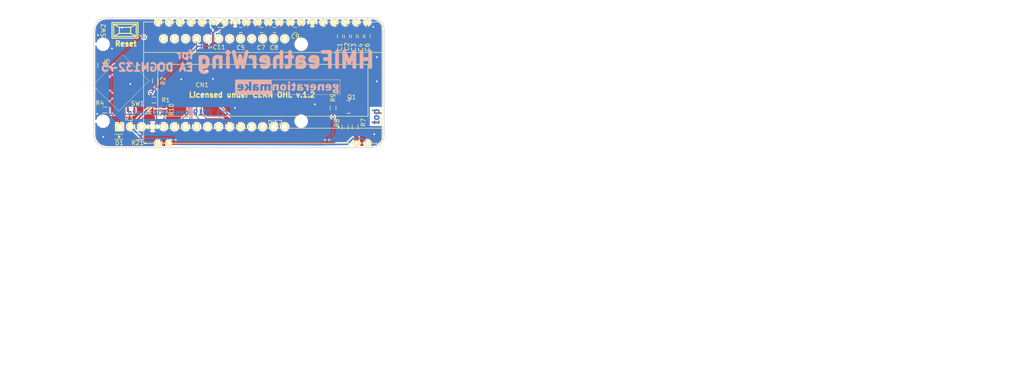
<source format=kicad_pcb>
(kicad_pcb (version 20171130) (host pcbnew 5.1.5-52549c5~84~ubuntu18.04.1)
  (title_block (title HMIFeatherWing) (date 2019-12-27) (rev 1.0) (company generationmake))
  (layers (0 F.Cu signal) (31 B.Cu signal) (34 B.Paste user) (35 F.Paste user) (36 B.SilkS user) (37 F.SilkS user) (38 B.Mask user) (39 F.Mask user) (44 Edge.Cuts user))
  (net 0 "")
  (net 1 GND)
  (net 2 /KEYPAD_A0)
  (net 3 /DISPLAY_BL)
  (net 4 /RESET)
  (net 5 /DIS_V4)
  (net 6 /DIS_V3)
  (net 7 /DIS_V2)
  (net 8 /DIS_V1)
  (net 9 /DIS_VOUT)
  (net 10 /DIS_V0)
  (net 11 /DIS_CAP1N)
  (net 12 /DIS_CAP3P)
  (net 13 /DIS_CAP1P)
  (net 14 /DIS_CAP2P)
  (net 15 /DIS_CAP2N)
  (net 16 /DIS_C2)
  (net 17 +3V3)
  (net 18 /DIS_SI)
  (net 19 /DIS_CLK)
  (net 20 /DIS_A0)
  (net 21 /DIS_RESET)
  (net 22 /DIS_CS)
  (net 23 /DIS_C1)
  (net 24 "Net-(Q1-Pad3)")
  (net 25 /BUTTON_UP)
  (net 26 /BUTTON_DOWN)
  (net 27 /BUTTON_LEFT)
  (net 28 /BUTTON_SELECT)
  (net 29 "Net-(D1-Pad2)")
  (net 30 /KEYPAD_A0_5)
  (net 31 /KEYPAD_A0_0)
  (module labels:generationmake_logo (layer B.Cu) (at 100.8 102.3 180)
    (fp_text reference G*** hide)
    (fp_text value generationmake_logo hide)
  )
  (module labels:generationmake_small_solder (layer F.Cu) (at 62.5 92.2)
    (fp_text reference G*** hide)
    (fp_text value generationmake_small_solder hide)
  )
  (module MODULE_compute:ADAFRUIT_FEATHER_HOLES (layer F.Cu) (at 81 96)
    (fp_text reference CN1 (at 0 0.5) (layer F.SilkS))
    (fp_text value ADAFRUIT_FEATHER)
    (pad 17 thru_hole circle (at 19.05 -10.16) (size 1.6 1.6) (drill 1) (layers *.Cu *.Mask F.SilkS))
    (pad 28 thru_hole circle (at -8.89 -10.16) (size 1.6 1.6) (drill 1) (layers *.Cu *.Mask F.SilkS))
    (pad 27 thru_hole circle (at -6.35 -10.16) (size 1.6 1.6) (drill 1) (layers *.Cu *.Mask F.SilkS))
    (pad 26 thru_hole circle (at -3.81 -10.16) (size 1.6 1.6) (drill 1) (layers *.Cu *.Mask F.SilkS))
    (pad 25 thru_hole circle (at -1.27 -10.16) (size 1.6 1.6) (drill 1) (layers *.Cu *.Mask F.SilkS) (net 3 /DISPLAY_BL))
    (pad 24 thru_hole circle (at 1.27 -10.16) (size 1.6 1.6) (drill 1) (layers *.Cu *.Mask F.SilkS))
    (pad 23 thru_hole circle (at 3.81 -10.16) (size 1.6 1.6) (drill 1) (layers *.Cu *.Mask F.SilkS))
    (pad 22 thru_hole circle (at 6.35 -10.16) (size 1.6 1.6) (drill 1) (layers *.Cu *.Mask F.SilkS))
    (pad 21 thru_hole circle (at 8.89 -10.16) (size 1.6 1.6) (drill 1) (layers *.Cu *.Mask F.SilkS))
    (pad 20 thru_hole circle (at 11.43 -10.16) (size 1.6 1.6) (drill 1) (layers *.Cu *.Mask F.SilkS))
    (pad 19 thru_hole circle (at 13.97 -10.16) (size 1.6 1.6) (drill 1) (layers *.Cu *.Mask F.SilkS))
    (pad 18 thru_hole circle (at 16.51 -10.16) (size 1.6 1.6) (drill 1) (layers *.Cu *.Mask F.SilkS))
    (pad 15 thru_hole circle (at 16.51 10.16) (size 1.6 1.6) (drill 1) (layers *.Cu *.Mask F.SilkS))
    (pad 14 thru_hole circle (at 13.97 10.16) (size 1.6 1.6) (drill 1) (layers *.Cu *.Mask F.SilkS))
    (pad 13 thru_hole circle (at 11.43 10.16) (size 1.6 1.6) (drill 1) (layers *.Cu *.Mask F.SilkS))
    (pad 12 thru_hole circle (at 8.89 10.16) (size 1.6 1.6) (drill 1) (layers *.Cu *.Mask F.SilkS) (net 18 /DIS_SI))
    (pad 11 thru_hole circle (at 6.35 10.16) (size 1.6 1.6) (drill 1) (layers *.Cu *.Mask F.SilkS) (net 19 /DIS_CLK))
    (pad 10 thru_hole circle (at 3.81 10.16) (size 1.6 1.6) (drill 1) (layers *.Cu *.Mask F.SilkS) (net 30 /KEYPAD_A0_5))
    (pad 9 thru_hole circle (at 1.27 10.16) (size 1.6 1.6) (drill 1) (layers *.Cu *.Mask F.SilkS))
    (pad 8 thru_hole circle (at -1.27 10.16) (size 1.6 1.6) (drill 1) (layers *.Cu *.Mask F.SilkS) (net 20 /DIS_A0))
    (pad 7 thru_hole circle (at -3.81 10.16) (size 1.6 1.6) (drill 1) (layers *.Cu *.Mask F.SilkS) (net 21 /DIS_RESET))
    (pad 6 thru_hole circle (at -6.35 10.16) (size 1.6 1.6) (drill 1) (layers *.Cu *.Mask F.SilkS) (net 22 /DIS_CS))
    (pad 5 thru_hole circle (at -8.89 10.16) (size 1.6 1.6) (drill 1) (layers *.Cu *.Mask F.SilkS) (net 31 /KEYPAD_A0_0))
    (pad 4 thru_hole circle (at -11.43 10.16) (size 1.6 1.6) (drill 1) (layers *.Cu *.Mask F.SilkS) (net 1 GND))
    (pad 3 thru_hole circle (at -13.97 10.16) (size 1.6 1.6) (drill 1) (layers *.Cu *.Mask F.SilkS))
    (pad 1 thru_hole rect (at -19.05 10.16) (size 1.6 1.6) (drill 1) (layers *.Cu *.Mask F.SilkS) (net 4 /RESET))
    (pad "" np_thru_hole circle (at 22.86 8.89) (size 2.54 2.54) (drill 2.54) (layers *.Cu *.Mask))
    (pad 2 thru_hole circle (at -16.51 10.16) (size 1.6 1.6) (drill 1) (layers *.Cu *.Mask F.SilkS) (net 17 +3V3))
    (pad 16 thru_hole circle (at 19.05 10.16) (size 1.6 1.6) (drill 1) (layers *.Cu *.Mask F.SilkS))
    (pad "" np_thru_hole circle (at 22.86 -8.89) (size 2.54 2.54) (drill 2.54) (layers *.Cu *.Mask))
    (pad "" np_thru_hole circle (at -22.86 8.89) (size 2.54 2.54) (drill 2.54) (layers *.Cu *.Mask))
    (pad "" np_thru_hole circle (at -22.86 -8.89) (size 2.54 2.54) (drill 2.54) (layers *.Cu *.Mask))
  )
  (module SOT_TO:SOT-23 (layer F.Cu) (at 114.4 101.6 270)
    (fp_text reference Q1 (at -2.3 -1.1) (layer F.SilkS))
    (fp_text value 2N7002)
    (pad 3 smd rect (at 0 -0.99822 270) (size 0.8001 0.8001) (layers F.Cu F.Paste F.Mask) (net 24 "Net-(Q1-Pad3)"))
    (pad 2 smd rect (at 0.95 1.00076 270) (size 0.8001 0.8001) (layers F.Cu F.Paste F.Mask) (net 1 GND))
    (pad 1 smd rect (at -0.95 1.00076 270) (size 0.8001 0.8001) (layers F.Cu F.Paste F.Mask) (net 3 /DISPLAY_BL))
  )
  (module capacitors:C_0603 (layer F.Cu) (at 112.8 85.3 270)
    (fp_text reference C1 (at 2.45 0.05 270) (layer F.SilkS))
    (fp_text value 1uF)
    (pad 2 smd rect (at 0.75 0 270) (size 0.8 0.75) (layers F.Cu F.Paste F.Mask) (net 1 GND))
    (pad 1 smd rect (at -0.75 0 270) (size 0.8 0.75) (layers F.Cu F.Paste F.Mask) (net 5 /DIS_V4))
  )
  (module capacitors:C_0603 (layer F.Cu) (at 114.4 85.3 270)
    (fp_text reference C2 (at 2.35 0 270) (layer F.SilkS))
    (fp_text value 1uF)
    (pad 2 smd rect (at 0.75 0 270) (size 0.8 0.75) (layers F.Cu F.Paste F.Mask) (net 1 GND))
    (pad 1 smd rect (at -0.75 0 270) (size 0.8 0.75) (layers F.Cu F.Paste F.Mask) (net 6 /DIS_V3))
  )
  (module resistors:R_0603 (layer F.Cu) (at 69.9 100)
    (fp_text reference R1 (at 2.7 0) (layer F.SilkS))
    (fp_text value 2k)
    (pad 2 smd rect (at 0.75 0) (size 0.5 0.9) (layers F.Cu F.Paste F.Mask) (net 2 /KEYPAD_A0))
    (pad 1 smd rect (at -0.75 0) (size 0.5 0.9) (layers F.Cu F.Paste F.Mask) (net 17 +3V3))
  )
  (module resistors:R_0603 (layer F.Cu) (at 70.2 95.6 90)
    (fp_text reference R2 (at 0 1.8 90) (layer F.SilkS))
    (fp_text value 330)
    (pad 2 smd rect (at 0.75 0 90) (size 0.5 0.9) (layers F.Cu F.Paste F.Mask) (net 25 /BUTTON_UP))
    (pad 1 smd rect (at -0.75 0 90) (size 0.5 0.9) (layers F.Cu F.Paste F.Mask) (net 2 /KEYPAD_A0))
  )
  (module resistors:R_0603 (layer F.Cu) (at 64.6 102.3)
    (fp_text reference R3 (at -0.5 2 180) (layer F.SilkS))
    (fp_text value 620)
    (pad 2 smd rect (at 0.75 0) (size 0.5 0.9) (layers F.Cu F.Paste F.Mask) (net 26 /BUTTON_DOWN))
    (pad 1 smd rect (at -0.75 0) (size 0.5 0.9) (layers F.Cu F.Paste F.Mask) (net 25 /BUTTON_UP))
  )
  (module resistors:R_0603 (layer F.Cu) (at 116.3 106.3 90)
    (fp_text reference R7 (at 1.1 1.9 90) (layer F.SilkS))
    (fp_text value 30)
    (pad 2 smd rect (at 0.75 0 90) (size 0.5 0.9) (layers F.Cu F.Paste F.Mask) (net 24 "Net-(Q1-Pad3)"))
    (pad 1 smd rect (at -0.75 0 90) (size 0.5 0.9) (layers F.Cu F.Paste F.Mask) (net 16 /DIS_C2))
  )
  (module resistors:R_0603 (layer F.Cu) (at 114 106.3 90)
    (fp_text reference R8 (at 1 -1.9 90) (layer F.SilkS))
    (fp_text value 30)
    (pad 2 smd rect (at 0.75 0 90) (size 0.5 0.9) (layers F.Cu F.Paste F.Mask) (net 24 "Net-(Q1-Pad3)"))
    (pad 1 smd rect (at -0.75 0 90) (size 0.5 0.9) (layers F.Cu F.Paste F.Mask) (net 23 /DIS_C1))
  )
  (module resistors:R_0603 (layer F.Cu) (at 111.2 101.8 90)
    (fp_text reference R9 (at 2.3 0 90) (layer F.SilkS))
    (fp_text value 1k)
    (pad 2 smd rect (at 0.75 0 90) (size 0.5 0.9) (layers F.Cu F.Paste F.Mask) (net 3 /DISPLAY_BL))
    (pad 1 smd rect (at -0.75 0 90) (size 0.5 0.9) (layers F.Cu F.Paste F.Mask) (net 17 +3V3))
  )
  (module resistors:R_0603 (layer F.Cu) (at 58.6 102.3 180)
    (fp_text reference R4 (at 1.2 1.6 180) (layer F.SilkS))
    (fp_text value 1k)
    (pad 2 smd rect (at 0.75 0 180) (size 0.5 0.9) (layers F.Cu F.Paste F.Mask) (net 27 /BUTTON_LEFT))
    (pad 1 smd rect (at -0.75 0 180) (size 0.5 0.9) (layers F.Cu F.Paste F.Mask) (net 26 /BUTTON_DOWN))
  )
  (module resistors:R_0603 (layer F.Cu) (at 57.6 92 90)
    (fp_text reference R5 (at 0.6 1.5 90) (layer F.SilkS))
    (fp_text value 3k3)
    (pad 2 smd rect (at 0.75 0 90) (size 0.5 0.9) (layers F.Cu F.Paste F.Mask) (net 28 /BUTTON_SELECT))
    (pad 1 smd rect (at -0.75 0 90) (size 0.5 0.9) (layers F.Cu F.Paste F.Mask) (net 27 /BUTTON_LEFT))
  )
  (module capacitors:C_0603 (layer F.Cu) (at 116 85.3 270)
    (fp_text reference C3 (at 2.55 0.05 270) (layer F.SilkS))
    (fp_text value 1uF)
    (pad 2 smd rect (at 0.75 0 270) (size 0.8 0.75) (layers F.Cu F.Paste F.Mask) (net 1 GND))
    (pad 1 smd rect (at -0.75 0 270) (size 0.8 0.75) (layers F.Cu F.Paste F.Mask) (net 7 /DIS_V2))
  )
  (module capacitors:C_0603 (layer F.Cu) (at 117.6 85.3 270)
    (fp_text reference C4 (at 2.55 0 270) (layer F.SilkS))
    (fp_text value 1uF)
    (pad 2 smd rect (at 0.75 0 270) (size 0.8 0.75) (layers F.Cu F.Paste F.Mask) (net 1 GND))
    (pad 1 smd rect (at -0.75 0 270) (size 0.8 0.75) (layers F.Cu F.Paste F.Mask) (net 8 /DIS_V1))
  )
  (module capacitors:C_0603 (layer F.Cu) (at 89.9 83.8 180)
    (fp_text reference C5 (at 0 -4.1 180) (layer F.SilkS))
    (fp_text value 1uF)
    (pad 2 smd rect (at 0.75 0 180) (size 0.8 0.75) (layers F.Cu F.Paste F.Mask) (net 1 GND))
    (pad 1 smd rect (at -0.75 0 180) (size 0.8 0.75) (layers F.Cu F.Paste F.Mask) (net 9 /DIS_VOUT))
  )
  (module capacitors:C_0603 (layer F.Cu) (at 119.15 85.3 270)
    (fp_text reference C6 (at 2.5 0.05 270) (layer F.SilkS))
    (fp_text value 1uF)
    (pad 2 smd rect (at 0.75 0 270) (size 0.8 0.75) (layers F.Cu F.Paste F.Mask) (net 1 GND))
    (pad 1 smd rect (at -0.75 0 270) (size 0.8 0.75) (layers F.Cu F.Paste F.Mask) (net 10 /DIS_V0))
  )
  (module capacitors:C_0603 (layer F.Cu) (at 94.7 83.8)
    (fp_text reference C7 (at -0.1 4.1) (layer F.SilkS))
    (fp_text value 1uF)
    (pad 2 smd rect (at 0.75 0) (size 0.8 0.75) (layers F.Cu F.Paste F.Mask) (net 11 /DIS_CAP1N))
    (pad 1 smd rect (at -0.75 0) (size 0.8 0.75) (layers F.Cu F.Paste F.Mask) (net 12 /DIS_CAP3P))
  )
  (module capacitors:C_0603 (layer F.Cu) (at 97.7 83.8)
    (fp_text reference C8 (at -0.1 4.1) (layer F.SilkS))
    (fp_text value 1uF)
    (pad 2 smd rect (at 0.75 0) (size 0.8 0.75) (layers F.Cu F.Paste F.Mask) (net 13 /DIS_CAP1P))
    (pad 1 smd rect (at -0.75 0) (size 0.8 0.75) (layers F.Cu F.Paste F.Mask) (net 11 /DIS_CAP1N))
  )
  (module capacitors:C_0603 (layer F.Cu) (at 102.5 83.8)
    (fp_text reference C9 (at 0 1.5) (layer F.SilkS))
    (fp_text value 1uF)
    (pad 2 smd rect (at 0.75 0) (size 0.8 0.75) (layers F.Cu F.Paste F.Mask) (net 15 /DIS_CAP2N))
    (pad 1 smd rect (at -0.75 0) (size 0.8 0.75) (layers F.Cu F.Paste F.Mask) (net 14 /DIS_CAP2P))
  )
  (module displays:EA_DOGM081_162_163_132 (layer F.Cu) (at 95 96)
    (fp_text reference DIS2 (at 2.85 9.22) (layer F.SilkS))
    (fp_text value EA_DOGM132-5)
    (pad 40 thru_hole circle (at -24.13 -13.97) (size 1.4 1.4) (drill 0.6) (layers *.Cu *.Mask F.SilkS) (net 22 /DIS_CS))
    (pad 39 thru_hole circle (at -21.59 -13.97) (size 1.4 1.4) (drill 0.6) (layers *.Cu *.Mask F.SilkS) (net 21 /DIS_RESET))
    (pad 38 thru_hole circle (at -19.05 -13.97) (size 1.4 1.4) (drill 0.6) (layers *.Cu *.Mask F.SilkS) (net 20 /DIS_A0))
    (pad 37 thru_hole circle (at -16.51 -13.97) (size 1.4 1.4) (drill 0.6) (layers *.Cu *.Mask F.SilkS) (net 19 /DIS_CLK))
    (pad 36 thru_hole circle (at -13.97 -13.97) (size 1.4 1.4) (drill 0.6) (layers *.Cu *.Mask F.SilkS) (net 18 /DIS_SI))
    (pad 35 thru_hole circle (at -11.43 -13.97) (size 1.4 1.4) (drill 0.6) (layers *.Cu *.Mask F.SilkS) (net 17 +3V3))
    (pad 34 thru_hole circle (at -8.89 -13.97) (size 1.4 1.4) (drill 0.6) (layers *.Cu *.Mask F.SilkS) (net 17 +3V3))
    (pad 33 thru_hole circle (at -6.35 -13.97) (size 1.4 1.4) (drill 0.6) (layers *.Cu *.Mask F.SilkS) (net 1 GND))
    (pad 32 thru_hole circle (at -3.81 -13.97) (size 1.4 1.4) (drill 0.6) (layers *.Cu *.Mask F.SilkS) (net 9 /DIS_VOUT))
    (pad 31 thru_hole circle (at -1.27 -13.97) (size 1.4 1.4) (drill 0.6) (layers *.Cu *.Mask F.SilkS) (net 12 /DIS_CAP3P))
    (pad 30 thru_hole circle (at 1.27 -13.97) (size 1.4 1.4) (drill 0.6) (layers *.Cu *.Mask F.SilkS) (net 11 /DIS_CAP1N))
    (pad 29 thru_hole circle (at 3.81 -13.97) (size 1.4 1.4) (drill 0.6) (layers *.Cu *.Mask F.SilkS) (net 13 /DIS_CAP1P))
    (pad 28 thru_hole circle (at 6.35 -13.97) (size 1.4 1.4) (drill 0.6) (layers *.Cu *.Mask F.SilkS) (net 14 /DIS_CAP2P))
    (pad 27 thru_hole circle (at 8.89 -13.97) (size 1.4 1.4) (drill 0.6) (layers *.Cu *.Mask F.SilkS) (net 15 /DIS_CAP2N))
    (pad 26 thru_hole circle (at 11.43 -13.97) (size 1.4 1.4) (drill 0.6) (layers *.Cu *.Mask F.SilkS) (net 1 GND))
    (pad 25 thru_hole circle (at 13.97 -13.97) (size 1.4 1.4) (drill 0.6) (layers *.Cu *.Mask F.SilkS) (net 5 /DIS_V4))
    (pad 24 thru_hole circle (at 16.51 -13.97) (size 1.4 1.4) (drill 0.6) (layers *.Cu *.Mask F.SilkS) (net 6 /DIS_V3))
    (pad 23 thru_hole circle (at 19.05 -13.97) (size 1.4 1.4) (drill 0.6) (layers *.Cu *.Mask F.SilkS) (net 7 /DIS_V2))
    (pad 22 thru_hole circle (at 21.59 -13.97) (size 1.4 1.4) (drill 0.6) (layers *.Cu *.Mask F.SilkS) (net 8 /DIS_V1))
    (pad 21 thru_hole circle (at 24.13 -13.97) (size 1.4 1.4) (drill 0.6) (layers *.Cu *.Mask F.SilkS) (net 10 /DIS_V0))
    (pad 19 thru_hole circle (at 21.59 13.97) (size 1.4 1.4) (drill 0.6) (layers *.Cu *.Mask F.SilkS) (net 16 /DIS_C2))
    (pad 20 thru_hole circle (at 24.13 13.97) (size 1.4 1.4) (drill 0.6) (layers *.Cu *.Mask F.SilkS) (net 17 +3V3))
    (pad 2 thru_hole circle (at -21.59 13.97) (size 1.4 1.4) (drill 0.6) (layers *.Cu *.Mask F.SilkS) (net 23 /DIS_C1))
    (pad 1 thru_hole circle (at -24.13 13.97) (size 1.4 1.4) (drill 0.6) (layers *.Cu *.Mask F.SilkS) (net 17 +3V3))
  )
  (module capacitors:C_0603 (layer F.Cu) (at 84.9 83.8)
    (fp_text reference C11 (at 0 4 180) (layer F.SilkS))
    (fp_text value 1uF)
    (pad 2 smd rect (at 0.75 0) (size 0.8 0.75) (layers F.Cu F.Paste F.Mask) (net 1 GND))
    (pad 1 smd rect (at -0.75 0) (size 0.8 0.75) (layers F.Cu F.Paste F.Mask) (net 17 +3V3))
  )
  (module resistors:R_0603 (layer F.Cu) (at 66.1 108.5)
    (fp_text reference R21 (at 0 1.4) (layer F.SilkS))
    (fp_text value 1k)
    (pad 2 smd rect (at 0.75 0) (size 0.5 0.9) (layers F.Cu F.Paste F.Mask) (net 17 +3V3))
    (pad 1 smd rect (at -0.75 0) (size 0.5 0.9) (layers F.Cu F.Paste F.Mask) (net 29 "Net-(D1-Pad2)"))
  )
  (module LEDs:LED_0603 (layer F.Cu) (at 61.9 108.5)
    (fp_text reference D1 (at 0 1.4) (layer F.SilkS))
    (fp_text value green)
    (pad 1 smd rect (at -0.7493 0 180) (size 0.79756 0.79756) (layers F.Cu F.Paste F.Mask) (net 1 GND))
    (pad 2 smd rect (at 0.7493 0 180) (size 0.79756 0.79756) (layers F.Cu F.Paste F.Mask) (net 29 "Net-(D1-Pad2)"))
  )
  (module mechanical-switches:ALPS_SKRH (layer F.Cu) (at 58 98)
    (fp_text reference SW1 (at 8.1 2.8) (layer F.SilkS))
    (fp_text value ALPS_SKRH)
    (pad "" smd rect (at 1.386218 0.938782 315) (size 2 1.8) (layers F.Cu F.Paste F.Mask))
    (pad "" smd rect (at 7.113782 -4.788782 315) (size 2 1.8) (layers F.Cu F.Paste F.Mask))
    (pad 6 smd rect (at 5.77028 1.610534 315) (size 1.35 1) (layers F.Cu F.Paste F.Mask) (net 26 /BUTTON_DOWN))
    (pad 5 smd rect (at 6.777907 0.602907 315) (size 1.35 1) (layers F.Cu F.Paste F.Mask) (net 1 GND))
    (pad 4 smd rect (at 7.785534 -0.40472 315) (size 1.35 1) (layers F.Cu F.Paste F.Mask) (net 2 /KEYPAD_A0))
    (pad 3 smd rect (at 0.714466 -3.44528 315) (size 1.35 1) (layers F.Cu F.Paste F.Mask) (net 27 /BUTTON_LEFT))
    (pad 2 smd rect (at 1.722093 -4.452907 315) (size 1.35 1) (layers F.Cu F.Paste F.Mask) (net 28 /BUTTON_SELECT))
    (pad 1 smd rect (at 2.72972 -5.460534 315) (size 1.35 1) (layers F.Cu F.Paste F.Mask) (net 25 /BUTTON_UP))
  )
  (module resistors:R_0603 (layer F.Cu) (at 70.5 102.4 90)
    (fp_text reference R6 (at 0 -1.7 90) (layer F.SilkS))
    (fp_text value DNI)
    (pad 2 smd rect (at 0.75 0 90) (size 0.5 0.9) (layers F.Cu F.Paste F.Mask) (net 2 /KEYPAD_A0))
    (pad 1 smd rect (at -0.75 0 90) (size 0.5 0.9) (layers F.Cu F.Paste F.Mask) (net 31 /KEYPAD_A0_0))
  )
  (module resistors:R_0603 (layer F.Cu) (at 72.2 102.4 90)
    (fp_text reference R10 (at 0.2 1.7 90) (layer F.SilkS))
    (fp_text value 0R)
    (pad 1 smd rect (at -0.75 0 90) (size 0.5 0.9) (layers F.Cu F.Paste F.Mask) (net 30 /KEYPAD_A0_5))
    (pad 2 smd rect (at 0.75 0 90) (size 0.5 0.9) (layers F.Cu F.Paste F.Mask) (net 2 /KEYPAD_A0))
  )
  (module mechanical-switches:smd_push (layer F.Cu) (at 63.2 83.9)
    (fp_text reference SW2 (at -5 0 90) (layer F.SilkS) (effects (font (thickness 0.1524))))
    (fp_text value SW_PUSH hide)
    (pad 1 smd rect (at -3.59918 0) (size 1.00076 1.00076) (layers F.Cu F.Paste F.Mask) (net 1 GND))
    (pad 2 smd rect (at 3.59918 0) (size 1.00076 1.00076) (layers F.Cu F.Paste F.Mask) (net 4 /RESET))
  )
  (gr_arc (start 59 84) (end 59 81) (angle -90) (layer Edge.Cuts) (width 0.15))
  (gr_arc (start 120 84) (end 123 84) (angle -90) (layer Edge.Cuts) (width 0.15))
  (gr_arc (start 120 108) (end 120 111) (angle -90) (layer Edge.Cuts) (width 0.15))
  (gr_arc (start 59 108) (end 56 108) (angle -90) (layer Edge.Cuts) (width 0.15))
  (gr_text Reset (at 63.4 87) (layer F.SilkS) (effects (font (size 1.2 1.2) (thickness 0.3))))
  (gr_text "for\nEA DOGM132-5\n" (at 79.2 91) (layer B.SilkS) (effects (font (size 1.8 1.8) (thickness 0.45)) (justify left mirror)))
  (gr_text HMIFeatherWing (at 100.2 90.8) (layer B.SilkS) (effects (font (size 3.5 3.5) (thickness 0.875)) (justify mirror)))
  (gr_line (start 123 108) (end 123 84) (angle 90) (layer Edge.Cuts) (width 0.15))
  (gr_text bot (at 121.1 103.8 90) (layer B.Cu) (effects (font (size 1.5 1.5) (thickness 0.3)) (justify mirror)))
  (gr_text top (at 121.1 103.8 90) (layer F.Cu) (effects (font (size 1.5 1.5) (thickness 0.3))))
  (gr_text "Licensed under CERN OHL v.1.2" (at 92.5 98.8) (layer F.SilkS) (effects (font (size 1.2 1.2) (thickness 0.3))))
  (gr_text "(c) 2019 generationmake" (at 75.4 102.9) (layer B.Cu) (effects (font (size 1.2 1.2) (thickness 0.3)) (justify mirror)))
  (gr_text 1.0 (at 114.5 95.4) (layer F.Cu) (effects (font (size 1.5 1.5) (thickness 0.3))))
  (gr_text HMIFeatherWing (at 113 92.5) (layer F.Cu) (effects (font (size 1.5 1.5) (thickness 0.3))))
  (gr_line (start 56 84) (end 56 108) (angle 90) (layer Edge.Cuts) (width 0.15))
  (gr_line (start 120 81) (end 59 81) (angle 90) (layer Edge.Cuts) (width 0.15))
  (gr_line (start 59 111) (end 120 111) (angle 90) (layer Edge.Cuts) (width 0.15))
  (segment (start 116.65 86.05) (end 116.6 86) (width 0.2) (layer F.Cu) (net 1))
  (segment (start 119.15 86.05) (end 116.65 86.05) (width 0.2) (layer F.Cu) (net 1))
  (segment (start 116.025 86) (end 114.05 86) (width 0.2) (layer F.Cu) (net 1))
  (segment (start 116.6 86) (end 116.025 86) (width 0.2) (layer F.Cu) (net 1))
  (segment (start 104.1 89.6) (end 106.43 87.27) (width 0.2) (layer B.Cu) (net 1))
  (via (at 107 101) (size 0.8) (drill 0.4) (layers F.Cu B.Cu) (net 1))
  (segment (start 99.1 94.6) (end 104.1 89.6) (width 1) (layer B.Cu) (net 1))
  (segment (start 99.1 100.3) (end 99.1 94.6) (width 1) (layer B.Cu) (net 1))
  (via (at 62.5 83.3) (size 0.8) (drill 0.4) (layers F.Cu B.Cu) (net 1))
  (via (at 58.2 108.5) (size 0.8) (drill 0.4) (layers F.Cu B.Cu) (net 1))
  (via (at 83.5 95.1) (size 0.8) (drill 0.4) (layers F.Cu B.Cu) (net 1))
  (via (at 88.6 101.8) (size 0.8) (drill 0.4) (layers F.Cu B.Cu) (net 1))
  (segment (start 89.15 82.41) (end 88.65 81.91) (width 0.2) (layer F.Cu) (net 1))
  (segment (start 89.15 83.8) (end 89.15 82.41) (width 0.2) (layer F.Cu) (net 1))
  (via (at 64.4 96.3) (size 0.8) (drill 0.4) (layers F.Cu B.Cu) (net 1))
  (via (at 82 93.3) (size 0.8) (drill 0.4) (layers F.Cu B.Cu) (net 1))
  (segment (start 86.88 83.8) (end 88.65 82.03) (width 0.2) (layer F.Cu) (net 1))
  (segment (start 85.65 83.8) (end 86.88 83.8) (width 0.2) (layer F.Cu) (net 1))
  (via (at 76.2 95.2) (size 0.8) (drill 0.4) (layers F.Cu B.Cu) (net 1))
  (via (at 57 85) (size 0.8) (drill 0.4) (layers F.Cu B.Cu) (net 1))
  (via (at 60.2 88.1) (size 0.8) (drill 0.4) (layers F.Cu B.Cu) (net 1))
  (via (at 56.8 103.2) (size 0.8) (drill 0.4) (layers F.Cu B.Cu) (net 1))
  (via (at 67.9 110) (size 0.8) (drill 0.4) (layers F.Cu B.Cu) (net 1))
  (via (at 120.7 107.9) (size 0.8) (drill 0.4) (layers F.Cu B.Cu) (net 1))
  (via (at 112.5 106.2) (size 0.8) (drill 0.4) (layers F.Cu B.Cu) (net 1))
  (via (at 121.3 90.1) (size 0.8) (drill 0.4) (layers F.Cu B.Cu) (net 1))
  (via (at 121.3 95.7) (size 0.8) (drill 0.4) (layers F.Cu B.Cu) (net 1))
  (via (at 120.5 83.1) (size 0.8) (drill 0.4) (layers F.Cu B.Cu) (net 1))
  (segment (start 70.65 99.35) (end 70.65 100) (width 0.2) (layer F.Cu) (net 2))
  (segment (start 72.2 101.65) (end 70.5 101.65) (width 0.2) (layer F.Cu) (net 2))
  (segment (start 70.5 100.15) (end 70.65 100) (width 0.2) (layer F.Cu) (net 2))
  (segment (start 70.5 101.65) (end 70.5 100.15) (width 0.2) (layer F.Cu) (net 2))
  (segment (start 70.2 98) (end 70.2 96.35) (width 0.2) (layer F.Cu) (net 2))
  (segment (start 70.65 98.45) (end 70.65 99.35) (width 0.2) (layer F.Cu) (net 2))
  (segment (start 70.65 98.45) (end 70.2 98) (width 0.2) (layer F.Cu) (net 2))
  (segment (start 67.030814 96.35) (end 65.785534 97.59528) (width 0.2) (layer F.Cu) (net 2))
  (segment (start 70.2 96.35) (end 67.030814 96.35) (width 0.2) (layer F.Cu) (net 2))
  (segment (start 112.99924 101.05) (end 113.39924 100.65) (width 0.2) (layer F.Cu) (net 3))
  (segment (start 111.2 101.05) (end 112.99924 101.05) (width 0.2) (layer F.Cu) (net 3))
  (segment (start 111 101.05) (end 111.2 101.05) (width 0.2) (layer F.Cu) (net 3))
  (segment (start 108.7 103.35) (end 108.775 103.275) (width 0.2) (layer F.Cu) (net 3))
  (segment (start 108.775 103.275) (end 111 101.05) (width 0.2) (layer F.Cu) (net 3))
  (segment (start 104.55 107.5) (end 108.775 103.275) (width 0.2) (layer F.Cu) (net 3))
  (segment (start 87.061998 107.5) (end 104.55 107.5) (width 0.2) (layer F.Cu) (net 3))
  (segment (start 79.73 85.84) (end 79.73 103.83) (width 0.2) (layer F.Cu) (net 3))
  (segment (start 79.73 103.83) (end 80.6 104.7) (width 0.2) (layer F.Cu) (net 3))
  (segment (start 85.2 104.7) (end 85.8 105.3) (width 0.2) (layer F.Cu) (net 3))
  (segment (start 86.2 106.638002) (end 87.061998 107.5) (width 0.2) (layer F.Cu) (net 3))
  (segment (start 80.6 104.7) (end 85.2 104.7) (width 0.2) (layer F.Cu) (net 3))
  (segment (start 85.8 105.3) (end 86.2 105.582) (width 0.2) (layer F.Cu) (net 3))
  (segment (start 86.2 105.582) (end 86.2 106.638002) (width 0.2) (layer F.Cu) (net 3))
  (segment (start 61.95 105.16) (end 60 103.21) (width 0.2) (layer B.Cu) (net 4))
  (segment (start 61.95 106.16) (end 61.95 105.16) (width 0.2) (layer B.Cu) (net 4))
  (segment (start 60 103.21) (end 60 91.9) (width 0.2) (layer B.Cu) (net 4))
  (segment (start 66.79918 83.9) (end 66.79918 84.79918) (width 0.2) (layer F.Cu) (net 4))
  (via (at 67.6 85.5) (size 0.8) (drill 0.4) (layers F.Cu B.Cu) (net 4))
  (segment (start 66.79918 84.79918) (end 67.5 85.5) (width 0.2) (layer F.Cu) (net 4))
  (segment (start 67.5 85.5) (end 67.6 85.5) (width 0.2) (layer F.Cu) (net 4))
  (segment (start 67.6 85.5) (end 66.4 85.5) (width 0.2) (layer B.Cu) (net 4))
  (segment (start 66.4 85.5) (end 60.5 91.4) (width 0.2) (layer B.Cu) (net 4))
  (segment (start 60 91.9) (end 60.5 91.4) (width 0.2) (layer B.Cu) (net 4))
  (segment (start 108.95 81.93) (end 108.97 81.91) (width 0.2) (layer F.Cu) (net 5))
  (segment (start 111.49 84.55) (end 108.97 82.03) (width 0.2) (layer F.Cu) (net 5))
  (segment (start 112.8 84.55) (end 111.49 84.55) (width 0.2) (layer F.Cu) (net 5))
  (segment (start 111.5 81.92) (end 111.51 81.91) (width 0.2) (layer F.Cu) (net 6))
  (segment (start 114.4 83.95) (end 113.75 83.3) (width 0.2) (layer F.Cu) (net 6))
  (segment (start 114.4 84.55) (end 114.4 83.95) (width 0.2) (layer F.Cu) (net 6))
  (segment (start 112.78 83.3) (end 111.51 82.03) (width 0.2) (layer F.Cu) (net 6))
  (segment (start 113.75 83.3) (end 112.78 83.3) (width 0.2) (layer F.Cu) (net 6))
  (segment (start 116 83.98) (end 114.749999 82.729999) (width 0.2) (layer F.Cu) (net 7))
  (segment (start 114.749999 82.729999) (end 114.05 82.03) (width 0.2) (layer F.Cu) (net 7))
  (segment (start 116 84.55) (end 116 83.98) (width 0.2) (layer F.Cu) (net 7))
  (segment (start 116.6 81.92) (end 116.59 81.91) (width 0.2) (layer F.Cu) (net 8))
  (segment (start 117.6 83.04) (end 116.59 82.03) (width 0.2) (layer F.Cu) (net 8))
  (segment (start 117.6 84.55) (end 117.6 83.04) (width 0.2) (layer F.Cu) (net 8))
  (segment (start 91.19 83.26) (end 90.65 83.8) (width 0.4) (layer F.Cu) (net 9))
  (segment (start 91.19 81.91) (end 91.19 83.26) (width 0.4) (layer F.Cu) (net 9))
  (segment (start 119.15 81.93) (end 119.13 81.91) (width 0.2) (layer F.Cu) (net 10))
  (segment (start 119.15 84.55) (end 119.15 81.93) (width 0.2) (layer F.Cu) (net 10))
  (segment (start 96.27 83.12) (end 96.95 83.8) (width 0.4) (layer F.Cu) (net 11))
  (segment (start 96.27 81.91) (end 96.27 83.12) (width 0.4) (layer F.Cu) (net 11))
  (segment (start 96.27 82.98) (end 95.45 83.8) (width 0.4) (layer F.Cu) (net 11))
  (segment (start 96.27 81.91) (end 96.27 82.98) (width 0.4) (layer F.Cu) (net 11))
  (segment (start 93.73 83.58) (end 93.95 83.8) (width 0.4) (layer F.Cu) (net 12))
  (segment (start 93.73 81.91) (end 93.73 83.58) (width 0.4) (layer F.Cu) (net 12))
  (segment (start 98.81 83.44) (end 98.45 83.8) (width 0.4) (layer F.Cu) (net 13))
  (segment (start 98.81 81.91) (end 98.81 83.44) (width 0.4) (layer F.Cu) (net 13))
  (segment (start 101.35 83.4) (end 101.75 83.8) (width 0.4) (layer F.Cu) (net 14))
  (segment (start 101.35 81.91) (end 101.35 83.4) (width 0.4) (layer F.Cu) (net 14))
  (segment (start 103.89 83.16) (end 103.25 83.8) (width 0.4) (layer F.Cu) (net 15))
  (segment (start 103.89 81.91) (end 103.89 83.16) (width 0.4) (layer F.Cu) (net 15))
  (segment (start 116.59 107.34) (end 116.3 107.05) (width 1) (layer F.Cu) (net 16))
  (segment (start 116.59 109.85) (end 116.59 107.34) (width 1) (layer F.Cu) (net 16))
  (segment (start 70.87 109.97) (end 71.970001 108.869999) (width 0.4) (layer B.Cu) (net 17))
  (segment (start 74.069999 108.869999) (end 75.4 110.2) (width 0.4) (layer B.Cu) (net 17))
  (segment (start 118.430001 109.270001) (end 119.13 109.97) (width 0.4) (layer B.Cu) (net 17))
  (segment (start 118.029999 108.869999) (end 118.430001 109.270001) (width 0.4) (layer B.Cu) (net 17))
  (segment (start 115.830001 108.869999) (end 118.029999 108.869999) (width 0.4) (layer B.Cu) (net 17))
  (segment (start 114.5 110.2) (end 115.830001 108.869999) (width 0.4) (layer B.Cu) (net 17))
  (segment (start 85.410001 82.609999) (end 86.11 81.91) (width 1) (layer B.Cu) (net 17))
  (segment (start 83.57 82.899949) (end 84.330051 83.66) (width 1) (layer B.Cu) (net 17))
  (segment (start 83.57 81.91) (end 83.57 82.899949) (width 1) (layer B.Cu) (net 17))
  (segment (start 84.330051 83.66) (end 84.36 83.66) (width 1) (layer B.Cu) (net 17))
  (segment (start 84.36 83.66) (end 85.410001 82.609999) (width 1) (layer B.Cu) (net 17))
  (segment (start 111.2 102.55) (end 111.2 103.9) (width 0.4) (layer F.Cu) (net 17))
  (via (at 111.2 103.9) (size 0.8) (drill 0.4) (layers F.Cu B.Cu) (net 17))
  (via (at 69.2 98.3) (size 0.8) (drill 0.4) (layers F.Cu B.Cu) (net 17))
  (segment (start 69.15 98.35) (end 69.2 98.3) (width 0.4) (layer F.Cu) (net 17))
  (segment (start 69.15 100) (end 69.15 98.35) (width 0.4) (layer F.Cu) (net 17))
  (segment (start 85.345 82.03) (end 86.11 82.03) (width 0.2) (layer F.Cu) (net 17))
  (segment (start 84.15 83.225) (end 85.345 82.03) (width 0.2) (layer F.Cu) (net 17))
  (segment (start 84.15 83.8) (end 84.15 83.225) (width 0.2) (layer F.Cu) (net 17))
  (segment (start 66.83 108.5) (end 64.49 106.16) (width 0.4) (layer F.Cu) (net 17))
  (segment (start 66.85 108.5) (end 66.83 108.5) (width 0.4) (layer F.Cu) (net 17))
  (segment (start 69.15 101.45) (end 65.8 104.8) (width 0.4) (layer F.Cu) (net 17))
  (segment (start 69.15 100) (end 69.15 101.45) (width 0.4) (layer F.Cu) (net 17))
  (segment (start 65.8 104.8) (end 64.49 106.16) (width 0.4) (layer F.Cu) (net 17))
  (segment (start 111.2 107.8) (end 108.7 110.3) (width 0.4) (layer B.Cu) (net 17))
  (segment (start 75.4 110.2) (end 108.7 110.3) (width 0.4) (layer B.Cu) (net 17))
  (segment (start 111.2 103.9) (end 111.2 107.8) (width 0.4) (layer B.Cu) (net 17))
  (segment (start 108.7 110.3) (end 114.5 110.2) (width 0.4) (layer B.Cu) (net 17))
  (segment (start 72.769999 108.869999) (end 67.199999 108.869999) (width 0.4) (layer B.Cu) (net 17))
  (segment (start 67.199999 108.869999) (end 64.49 106.16) (width 0.4) (layer B.Cu) (net 17))
  (segment (start 72.769999 108.869999) (end 74.069999 108.869999) (width 0.4) (layer B.Cu) (net 17))
  (segment (start 71.970001 108.869999) (end 72.769999 108.869999) (width 0.4) (layer B.Cu) (net 17))
  (segment (start 75.3 92.1) (end 69.2 98.3) (width 0.4) (layer B.Cu) (net 17))
  (segment (start 84.36 83.66) (end 83.6 84.42) (width 0.4) (layer B.Cu) (net 17))
  (segment (start 80 87.6) (end 76.6 91) (width 0.4) (layer B.Cu) (net 17))
  (segment (start 83.6 84.42) (end 83.6 86.8) (width 0.4) (layer B.Cu) (net 17))
  (segment (start 83.6 86.8) (end 82.8 87.6) (width 0.4) (layer B.Cu) (net 17))
  (segment (start 82.8 87.6) (end 80 87.6) (width 0.4) (layer B.Cu) (net 17))
  (segment (start 76.6 91) (end 75.3 92.1) (width 0.4) (layer B.Cu) (net 17))
  (segment (start 81.03 82.03) (end 83.370001 84.370001) (width 0.2) (layer F.Cu) (net 18))
  (segment (start 82.799999 99.069999) (end 89.090001 105.360001) (width 0.2) (layer F.Cu) (net 18))
  (segment (start 89.090001 105.360001) (end 89.89 106.16) (width 0.2) (layer F.Cu) (net 18))
  (segment (start 82.799999 87.240003) (end 82.799999 99.069999) (width 0.2) (layer F.Cu) (net 18))
  (segment (start 83.370001 86.670001) (end 82.799999 87.240003) (width 0.2) (layer F.Cu) (net 18))
  (segment (start 83.370001 84.370001) (end 83.370001 86.670001) (width 0.2) (layer F.Cu) (net 18))
  (segment (start 85.8 104.5) (end 87.35 106.16) (width 0.2) (layer F.Cu) (net 19))
  (segment (start 85.59999 104.29999) (end 85.8 104.5) (width 0.2) (layer F.Cu) (net 19))
  (segment (start 81.99999 104.29999) (end 85.59999 104.29999) (width 0.2) (layer F.Cu) (net 19))
  (segment (start 80.830001 103.130001) (end 81.99999 104.29999) (width 0.2) (layer F.Cu) (net 19))
  (segment (start 78.49 82.03) (end 80.830001 84.370001) (width 0.2) (layer F.Cu) (net 19))
  (segment (start 80.830001 84.370001) (end 80.830001 103.130001) (width 0.2) (layer F.Cu) (net 19))
  (segment (start 76 82.03) (end 75.95 82.03) (width 0.2) (layer F.Cu) (net 20))
  (segment (start 78.629999 105.059999) (end 79.73 106.16) (width 0.2) (layer F.Cu) (net 20))
  (segment (start 75.95 82.03) (end 78.629999 84.709999) (width 0.2) (layer F.Cu) (net 20))
  (segment (start 78.629999 84.709999) (end 78.629999 105.059999) (width 0.2) (layer F.Cu) (net 20))
  (segment (start 75.750001 84.370001) (end 75.750001 86.550001) (width 0.2) (layer F.Cu) (net 21))
  (segment (start 73.41 82.03) (end 75.750001 84.370001) (width 0.2) (layer F.Cu) (net 21))
  (segment (start 75.750001 86.550001) (end 78.2 89) (width 0.2) (layer F.Cu) (net 21))
  (segment (start 78.2 89) (end 78.2 105.15) (width 0.2) (layer F.Cu) (net 21))
  (segment (start 78.2 105.15) (end 77.19 106.16) (width 0.2) (layer F.Cu) (net 21))
  (segment (start 70.92 82.03) (end 70.87 82.03) (width 0.2) (layer F.Cu) (net 22))
  (segment (start 77.79999 103.01001) (end 74.65 106.16) (width 0.2) (layer F.Cu) (net 22))
  (segment (start 73.210001 84.370001) (end 73.210001 86.710001) (width 0.2) (layer F.Cu) (net 22))
  (segment (start 70.87 82.03) (end 73.210001 84.370001) (width 0.2) (layer F.Cu) (net 22))
  (segment (start 73.210001 86.710001) (end 74 87.5) (width 0.2) (layer F.Cu) (net 22))
  (segment (start 74 87.5) (end 75.9 87.5) (width 0.2) (layer F.Cu) (net 22))
  (segment (start 75.9 87.5) (end 77.79999 89.39999) (width 0.2) (layer F.Cu) (net 22))
  (segment (start 77.79999 89.39999) (end 77.79999 103.01001) (width 0.2) (layer F.Cu) (net 22))
  (segment (start 113.8 107.05) (end 114 107.05) (width 1) (layer F.Cu) (net 23))
  (segment (start 111 109.85) (end 113.8 107.05) (width 1) (layer F.Cu) (net 23))
  (segment (start 73.41 109.85) (end 111 109.85) (width 1) (layer F.Cu) (net 23))
  (segment (start 114 105.55) (end 116.3 105.55) (width 1) (layer F.Cu) (net 24))
  (segment (start 115.39822 104.64822) (end 116.3 105.55) (width 1) (layer F.Cu) (net 24))
  (segment (start 115.39822 101.6) (end 115.39822 104.64822) (width 1) (layer F.Cu) (net 24))
  (segment (start 63.044985 94.854731) (end 61.207017 93.016763) (width 0.2) (layer F.Cu) (net 25))
  (segment (start 69.545269 94.854731) (end 63.044985 94.854731) (width 0.2) (layer F.Cu) (net 25))
  (segment (start 61.207017 93.016763) (end 60.72972 92.539466) (width 0.2) (layer F.Cu) (net 25))
  (segment (start 69.55 94.85) (end 69.545269 94.854731) (width 0.2) (layer F.Cu) (net 25))
  (segment (start 70.2 94.85) (end 69.55 94.85) (width 0.2) (layer F.Cu) (net 25))
  (segment (start 63.044985 98.956955) (end 63.044985 94.854731) (width 0.2) (layer F.Cu) (net 25))
  (segment (start 63.85 102.3) (end 63.85 101.45) (width 0.2) (layer F.Cu) (net 25))
  (segment (start 62.63942 100.23942) (end 62.63942 99.36252) (width 0.2) (layer F.Cu) (net 25))
  (segment (start 62.63942 99.36252) (end 62.65097 99.35097) (width 0.2) (layer F.Cu) (net 25))
  (segment (start 63.85 101.45) (end 62.63942 100.23942) (width 0.2) (layer F.Cu) (net 25))
  (segment (start 62.65097 99.35097) (end 63.044985 98.956955) (width 0.2) (layer F.Cu) (net 25))
  (segment (start 59.35 102.95) (end 59.7 103.3) (width 0.2) (layer F.Cu) (net 26))
  (segment (start 59.35 102.3) (end 59.35 102.95) (width 0.2) (layer F.Cu) (net 26))
  (segment (start 63.77028 99.610534) (end 65.4 101.240254) (width 0.2) (layer F.Cu) (net 26))
  (segment (start 65.35 101.290254) (end 65.35 102.3) (width 0.2) (layer F.Cu) (net 26))
  (segment (start 65.4 101.240254) (end 65.35 101.290254) (width 0.2) (layer F.Cu) (net 26))
  (segment (start 61.5 103.3) (end 65.1 103.3) (width 0.2) (layer F.Cu) (net 26))
  (segment (start 59.7 103.3) (end 61.5 103.3) (width 0.2) (layer F.Cu) (net 26))
  (segment (start 65.35 103.05) (end 65.35 102.3) (width 0.2) (layer F.Cu) (net 26))
  (segment (start 65.1 103.3) (end 65.35 103.05) (width 0.2) (layer F.Cu) (net 26))
  (segment (start 58.714466 94.55472) (end 57.9 93.740254) (width 0.2) (layer F.Cu) (net 27))
  (segment (start 57.85 102.1) (end 57.6 101.85) (width 0.2) (layer F.Cu) (net 27))
  (segment (start 57.85 102.3) (end 57.85 102.1) (width 0.2) (layer F.Cu) (net 27))
  (segment (start 57.6 95.669186) (end 58.714466 94.55472) (width 0.2) (layer F.Cu) (net 27))
  (segment (start 57.6 101.85) (end 57.6 95.669186) (width 0.2) (layer F.Cu) (net 27))
  (segment (start 57.6 93.3) (end 57.6 92.75) (width 0.2) (layer F.Cu) (net 27))
  (segment (start 57.9 93.6) (end 57.6 93.3) (width 0.2) (layer F.Cu) (net 27))
  (segment (start 57.9 93.740254) (end 57.9 93.6) (width 0.2) (layer F.Cu) (net 27))
  (segment (start 58.132106 91.25) (end 57.6 91.25) (width 0.2) (layer F.Cu) (net 28))
  (segment (start 59.722093 92.839987) (end 58.132106 91.25) (width 0.2) (layer F.Cu) (net 28))
  (segment (start 59.722093 93.547093) (end 59.722093 92.839987) (width 0.2) (layer F.Cu) (net 28))
  (segment (start 62.6493 108.5) (end 65.35 108.5) (width 0.2) (layer F.Cu) (net 29))
  (segment (start 74 107.4) (end 83.57 107.4) (width 0.2) (layer F.Cu) (net 30))
  (segment (start 73.4 106.8) (end 74 107.4) (width 0.2) (layer F.Cu) (net 30))
  (segment (start 83.57 107.4) (end 84.81 106.16) (width 0.2) (layer F.Cu) (net 30))
  (segment (start 72.2 104.3) (end 73.4 105.5) (width 0.2) (layer F.Cu) (net 30))
  (segment (start 73.4 105.5) (end 73.4 106.8) (width 0.2) (layer F.Cu) (net 30))
  (segment (start 72.2 103.15) (end 72.2 104.3) (width 0.2) (layer F.Cu) (net 30))
  (segment (start 70.5 104.55) (end 72.11 106.16) (width 0.2) (layer F.Cu) (net 31))
  (segment (start 70.5 103.15) (end 70.5 104.55) (width 0.2) (layer F.Cu) (net 31))
  (zone (net 1) (net_name GND) (layer F.Cu) (connect_pads (clearance 0.3)) (min_thickness 0.254) (fill yes (arc_segments 16) (thermal_gap 0.508) (thermal_bridge_width 0.508))
    (polygon (pts (xy 130.724188 129.9) (xy 42.724188 129.9) (xy 42.724188 76.9) (xy 130.724188 76.9)))
  )
  (zone (net 1) (net_name GND) (layer B.Cu) (connect_pads (clearance 0.3)) (min_thickness 0.254) (fill yes (arc_segments 16) (thermal_gap 0.508) (thermal_bridge_width 0.508))
    (polygon (pts (xy 130.7 129.892084) (xy 42.7 129.892084) (xy 42.7 76.892084) (xy 130.7 76.892084)))
  )
)
</source>
